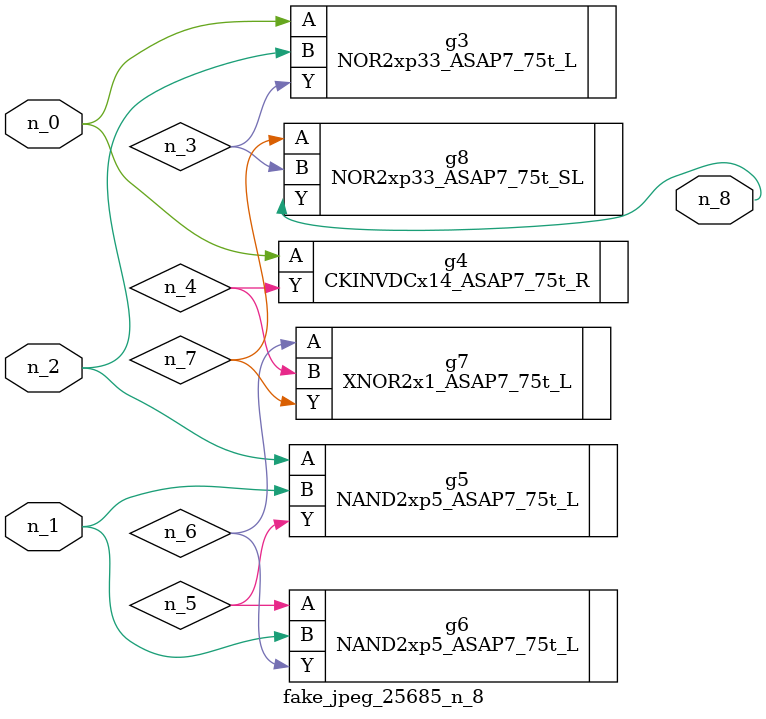
<source format=v>
module fake_jpeg_25685_n_8 (n_0, n_2, n_1, n_8);

input n_0;
input n_2;
input n_1;

output n_8;

wire n_3;
wire n_4;
wire n_6;
wire n_5;
wire n_7;

NOR2xp33_ASAP7_75t_L g3 ( 
.A(n_0),
.B(n_2),
.Y(n_3)
);

CKINVDCx14_ASAP7_75t_R g4 ( 
.A(n_0),
.Y(n_4)
);

NAND2xp5_ASAP7_75t_L g5 ( 
.A(n_2),
.B(n_1),
.Y(n_5)
);

NAND2xp5_ASAP7_75t_L g6 ( 
.A(n_5),
.B(n_1),
.Y(n_6)
);

XNOR2x1_ASAP7_75t_L g7 ( 
.A(n_6),
.B(n_4),
.Y(n_7)
);

NOR2xp33_ASAP7_75t_SL g8 ( 
.A(n_7),
.B(n_3),
.Y(n_8)
);


endmodule
</source>
